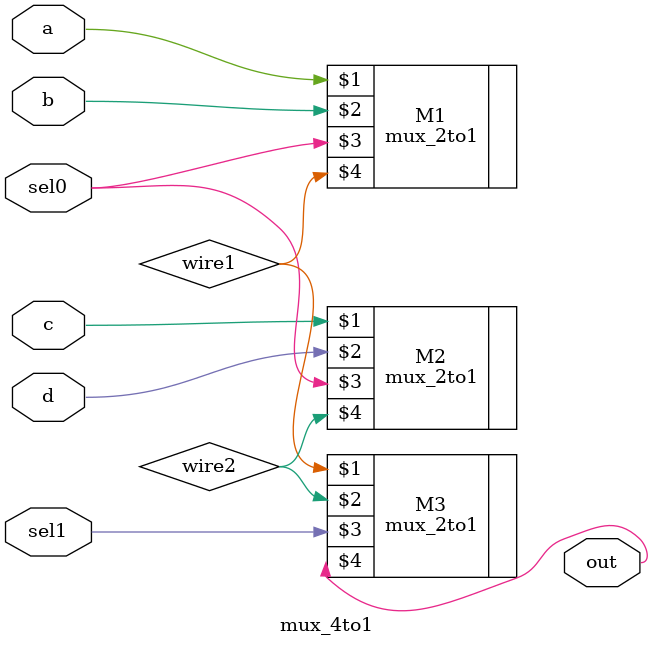
<source format=v>
`timescale 1ns/1ps

module mux_4to1(a,b,c,d,sel1,sel0,out);
    input wire a,b,c,d,sel1,sel0;
    output wire out;
	wire wire1,wire2;
	
	mux_2to1 M1(a,b,sel0,wire1);
	mux_2to1 M2(c,d,sel0,wire2);
	mux_2to1 M3(wire1,wire2,sel1,out);
endmodule
</source>
